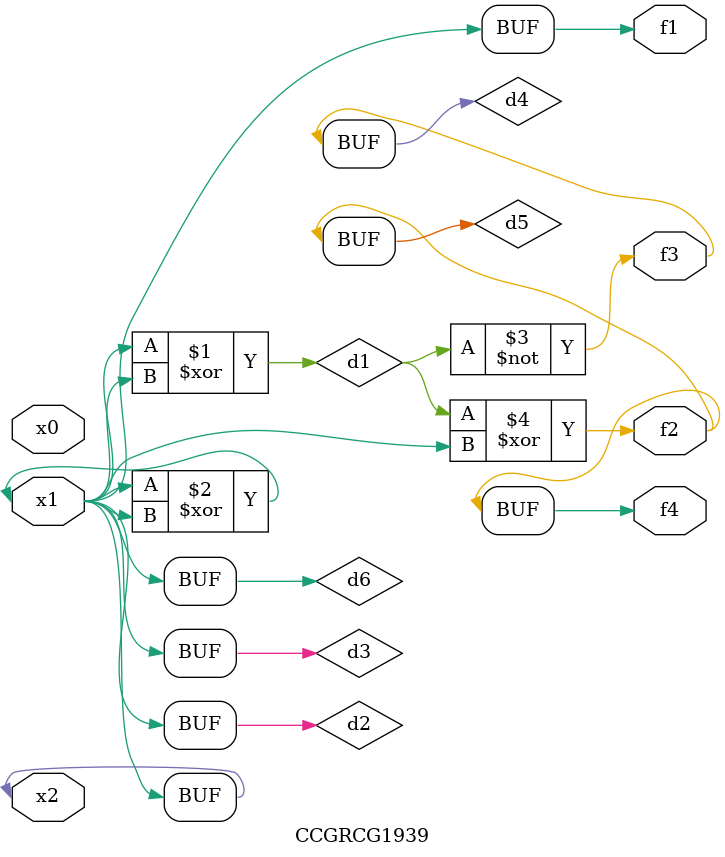
<source format=v>
module CCGRCG1939(
	input x0, x1, x2,
	output f1, f2, f3, f4
);

	wire d1, d2, d3, d4, d5, d6;

	xor (d1, x1, x2);
	buf (d2, x1, x2);
	xor (d3, x1, x2);
	nor (d4, d1);
	xor (d5, d1, d2);
	buf (d6, d2, d3);
	assign f1 = d6;
	assign f2 = d5;
	assign f3 = d4;
	assign f4 = d5;
endmodule

</source>
